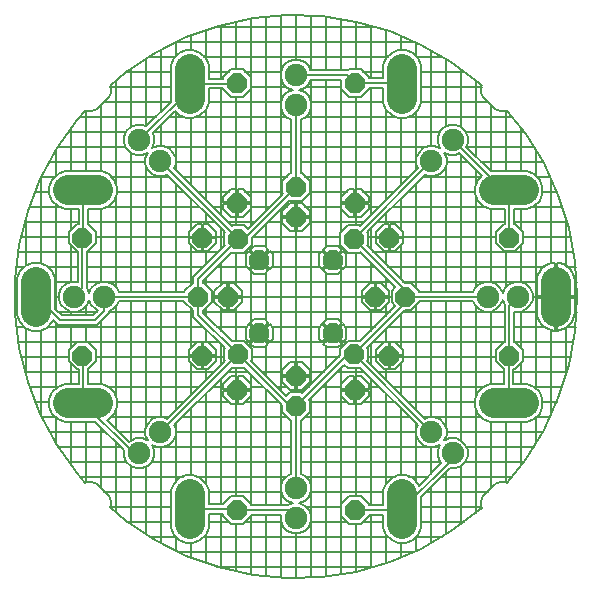
<source format=gbr>
G04 EAGLE Gerber RS-274X export*
G75*
%MOMM*%
%FSLAX34Y34*%
%LPD*%
%INTop Copper*%
%IPPOS*%
%AMOC8*
5,1,8,0,0,1.08239X$1,22.5*%
G01*
%ADD10C,1.900000*%
%ADD11C,2.540000*%
%ADD12P,1.814519X8X292.500000*%
%ADD13P,1.814519X8X202.500000*%
%ADD14P,1.814519X8X112.500000*%
%ADD15P,1.814519X8X22.500000*%
%ADD16P,1.814519X8X157.500000*%
%ADD17P,1.814519X8X67.500000*%
%ADD18P,1.814519X8X337.500000*%
%ADD19P,1.814519X8X247.500000*%
%ADD20C,0.152400*%


D10*
X0Y-162300D03*
X0Y-187700D03*
X-114720Y-114720D03*
X-132680Y-132680D03*
X-162300Y0D03*
X-187700Y0D03*
X-114720Y114720D03*
X-132680Y132680D03*
X0Y162300D03*
X0Y187700D03*
X114720Y114720D03*
X132680Y132680D03*
X162300Y0D03*
X187700Y0D03*
X114720Y-114720D03*
X132680Y-132680D03*
D11*
X-90000Y167300D02*
X-90000Y192700D01*
X-220000Y12700D02*
X-220000Y-12700D01*
X90000Y167300D02*
X90000Y192700D01*
X-167300Y90000D02*
X-192700Y90000D01*
X167300Y90000D02*
X192700Y90000D01*
X90000Y-167300D02*
X90000Y-192700D01*
X-167300Y-90000D02*
X-192700Y-90000D01*
X167300Y-90000D02*
X192700Y-90000D01*
X-90000Y-167300D02*
X-90000Y-192700D01*
X220000Y-12700D02*
X220000Y12700D01*
D12*
X-50000Y-79200D03*
X-50000Y-180800D03*
D13*
X-79200Y-50000D03*
X-180800Y-50000D03*
X-79200Y50000D03*
X-180800Y50000D03*
D14*
X-50000Y79200D03*
X-50000Y180800D03*
X50000Y79200D03*
X50000Y180800D03*
D15*
X79200Y50000D03*
X180800Y50000D03*
X79200Y-50000D03*
X180800Y-50000D03*
D12*
X50000Y-79200D03*
X50000Y-180800D03*
D15*
X-82700Y0D03*
X-57300Y0D03*
D12*
X0Y92700D03*
X0Y67300D03*
D13*
X92700Y0D03*
X67300Y0D03*
D14*
X0Y-92700D03*
X0Y-67300D03*
D16*
X48980Y-48980D03*
X31020Y-31020D03*
D17*
X-48980Y-48980D03*
X-31020Y-31020D03*
D18*
X-48980Y48980D03*
X-31020Y31020D03*
D19*
X48980Y48980D03*
X31020Y31020D03*
D20*
X-53848Y-176952D02*
X-50800Y-180000D01*
X-90000Y-180000D01*
X-50800Y-180000D02*
X-50000Y-180800D01*
X-6900Y-180800D01*
X0Y-187700D01*
X-180000Y-80000D02*
X-180800Y-79200D01*
X-180000Y-80000D02*
X-180000Y-90000D01*
X-180000Y-50800D02*
X-180800Y-50000D01*
X-180000Y-50800D02*
X-180000Y-80000D01*
X-180000Y-90000D02*
X-137320Y-132680D01*
X-132680Y-132680D01*
X-180000Y50800D02*
X-180000Y90000D01*
X-180000Y50800D02*
X-180800Y50000D01*
X-180800Y6900D01*
X-187700Y0D01*
X-95361Y170000D02*
X-90000Y170000D01*
X-50400Y180400D02*
X-50000Y180800D01*
X-50400Y180400D02*
X-50800Y180000D01*
X-90000Y175361D02*
X-132680Y132680D01*
X-90000Y175361D02*
X-90000Y180000D01*
X-89600Y180400D01*
X-50400Y180400D01*
X50000Y180800D02*
X50800Y180000D01*
X43100Y187700D02*
X0Y187700D01*
X43100Y187700D02*
X50000Y180800D01*
X89200Y180800D01*
X90000Y180000D01*
X180800Y89200D02*
X180800Y50000D01*
X180800Y89200D02*
X180000Y90000D01*
X175361Y90000D01*
X132680Y132680D01*
X180800Y-89200D02*
X180000Y-90000D01*
X180000Y-50800D01*
X180800Y-50000D01*
X180800Y-6900D01*
X187700Y0D01*
X80800Y-180800D02*
X90000Y-190000D01*
X90000Y-200000D01*
X89200Y-180800D02*
X50000Y-180800D01*
X89200Y-180800D02*
X90000Y-180000D01*
X132680Y-137320D02*
X132680Y-132680D01*
X132680Y-137320D02*
X90000Y-180000D01*
X-1350Y91350D02*
X0Y92700D01*
X-1350Y91350D02*
X-43720Y48980D01*
X-48980Y48980D01*
X-82700Y15261D01*
X-82700Y0D01*
X-82700Y-15261D01*
X-48980Y-48980D01*
X-5261Y-92700D01*
X0Y-92700D01*
X43720Y-48980D01*
X48980Y-48980D01*
X92700Y-5261D01*
X92700Y0D01*
X92700Y5261D02*
X48980Y48980D01*
X92700Y5261D02*
X92700Y0D01*
X6611Y91350D02*
X0Y91350D01*
X-1350Y91350D01*
X-82700Y0D02*
X-160000Y0D01*
X-48980Y-48980D02*
X-114720Y-114720D01*
X0Y-92700D02*
X0Y-162300D01*
X48980Y-48980D02*
X114720Y-114720D01*
X92700Y0D02*
X162300Y0D01*
X-162300Y0D02*
X-162300Y-12300D01*
X-170000Y-20000D01*
X-200000Y-20000D01*
X-210000Y-10000D01*
X48980Y48980D02*
X114720Y114720D01*
X48980Y48980D02*
X48980Y48980D01*
X0Y91350D02*
X0Y162300D01*
X-48980Y48980D02*
X-114720Y114720D01*
X49200Y-79200D02*
X50000Y-79200D01*
X236510Y-29286D02*
X236510Y-29286D01*
X231118Y-58129D01*
X222223Y-86090D01*
X209959Y-112746D01*
X194513Y-137693D01*
X178521Y-157566D01*
X177173Y-157007D01*
X172827Y-157007D01*
X168813Y-158670D01*
X158670Y-168813D01*
X157007Y-172827D01*
X157007Y-177173D01*
X157572Y-178536D01*
X155053Y-180978D01*
X131637Y-198661D01*
X106227Y-213332D01*
X79205Y-224769D01*
X50984Y-232799D01*
X21989Y-237299D01*
X-7339Y-238203D01*
X-36556Y-235496D01*
X-65218Y-229218D01*
X-92892Y-219467D01*
X-119158Y-206388D01*
X-143617Y-190180D01*
X-157477Y-178306D01*
X-157007Y-177173D01*
X-157007Y-172827D01*
X-158670Y-168813D01*
X-168813Y-158670D01*
X-172827Y-157007D01*
X-177173Y-157007D01*
X-178309Y-157478D01*
X-185667Y-149406D01*
X-202620Y-125457D01*
X-216502Y-99607D01*
X-227101Y-72246D01*
X-234258Y-43790D01*
X-237864Y-14671D01*
X-237864Y14671D01*
X-234258Y43790D01*
X-227101Y72246D01*
X-216502Y99607D01*
X-202620Y125457D01*
X-185667Y149406D01*
X-178309Y157478D01*
X-177173Y157007D01*
X-172827Y157007D01*
X-168813Y158670D01*
X-158670Y168813D01*
X-157007Y172827D01*
X-157007Y177173D01*
X-157477Y178306D01*
X-143617Y190180D01*
X-119158Y206388D01*
X-92892Y219467D01*
X-65218Y229218D01*
X-36556Y235496D01*
X-36556Y235496D01*
X-7339Y238203D01*
X21989Y237299D01*
X50984Y232799D01*
X79205Y224769D01*
X106227Y213332D01*
X131637Y198661D01*
X155053Y180978D01*
X157572Y178536D01*
X157007Y177173D01*
X157007Y172827D01*
X158670Y168813D01*
X168813Y158670D01*
X172827Y157007D01*
X177173Y157007D01*
X178521Y157566D01*
X194513Y137693D01*
X209959Y112746D01*
X222223Y86090D01*
X231118Y58129D01*
X236510Y29286D01*
X238316Y0D01*
X236510Y-29286D01*
X38743Y22219D02*
X31020Y29942D01*
X32097Y31020D01*
X39820Y23297D01*
X42704Y26180D01*
X42704Y35859D01*
X39820Y38743D01*
X32097Y31020D01*
X31020Y32097D01*
X38743Y39820D01*
X35859Y42704D01*
X26180Y42704D01*
X23297Y39820D01*
X31020Y32097D01*
X29942Y31020D01*
X22219Y38743D01*
X19336Y35859D01*
X19336Y26180D01*
X22219Y23297D01*
X29942Y31020D01*
X31020Y29942D01*
X23297Y22219D01*
X26180Y19336D01*
X35859Y19336D01*
X38743Y22219D01*
X-31020Y-29942D02*
X-38743Y-22219D01*
X-31020Y-29942D02*
X-32097Y-31020D01*
X-39820Y-23297D01*
X-42704Y-26180D01*
X-42704Y-35859D01*
X-39820Y-38743D01*
X-32097Y-31020D01*
X-31020Y-32097D01*
X-38743Y-39820D01*
X-35859Y-42704D01*
X-26180Y-42704D01*
X-23297Y-39820D01*
X-31020Y-32097D01*
X-29942Y-31020D01*
X-22219Y-38743D01*
X-19336Y-35859D01*
X-19336Y-26180D01*
X-22219Y-23297D01*
X-29942Y-31020D01*
X-31020Y-29942D01*
X-23297Y-22219D01*
X-26180Y-19336D01*
X-35859Y-19336D01*
X-38743Y-22219D01*
X-4840Y-78984D02*
X-762Y-78984D01*
X-762Y-68062D01*
X762Y-68062D01*
X762Y-78984D01*
X4840Y-78984D01*
X11684Y-72140D01*
X11684Y-68062D01*
X762Y-68062D01*
X762Y-66538D01*
X11684Y-66538D01*
X11684Y-62460D01*
X4840Y-55616D01*
X762Y-55616D01*
X762Y-66538D01*
X-762Y-66538D01*
X-762Y-55616D01*
X-4840Y-55616D01*
X-11684Y-62460D01*
X-11684Y-66538D01*
X-762Y-66538D01*
X-762Y-68062D01*
X-11684Y-68062D01*
X-11684Y-72140D01*
X-4840Y-78984D01*
X-4840Y55616D02*
X-762Y55616D01*
X-762Y66538D01*
X762Y66538D01*
X762Y55616D01*
X4840Y55616D01*
X11684Y62460D01*
X11684Y66538D01*
X762Y66538D01*
X762Y68062D01*
X11684Y68062D01*
X11684Y72140D01*
X4840Y78984D01*
X762Y78984D01*
X762Y68062D01*
X-762Y68062D01*
X-762Y78984D01*
X-4840Y78984D01*
X-11684Y72140D01*
X-11684Y68062D01*
X-762Y68062D01*
X-762Y66538D01*
X-11684Y66538D01*
X-11684Y62460D01*
X-4840Y55616D01*
X45160Y-90884D02*
X49238Y-90884D01*
X49238Y-79962D01*
X50762Y-79962D01*
X50762Y-90884D01*
X54840Y-90884D01*
X61684Y-84040D01*
X61684Y-79962D01*
X50762Y-79962D01*
X50762Y-78438D01*
X61684Y-78438D01*
X61684Y-74360D01*
X54840Y-67516D01*
X50762Y-67516D01*
X50762Y-78438D01*
X49238Y-78438D01*
X49238Y-67516D01*
X45160Y-67516D01*
X38316Y-74360D01*
X38316Y-78438D01*
X49238Y-78438D01*
X49238Y-79962D01*
X38316Y-79962D01*
X38316Y-84040D01*
X45160Y-90884D01*
X79962Y50762D02*
X79962Y61684D01*
X79962Y50762D02*
X78438Y50762D01*
X78438Y61684D01*
X74360Y61684D01*
X67516Y54840D01*
X67516Y50762D01*
X78438Y50762D01*
X78438Y49238D01*
X67516Y49238D01*
X67516Y45160D01*
X74360Y38316D01*
X78438Y38316D01*
X78438Y49238D01*
X79962Y49238D01*
X79962Y38316D01*
X84040Y38316D01*
X90884Y45160D01*
X90884Y49238D01*
X79962Y49238D01*
X79962Y50762D01*
X90884Y50762D01*
X90884Y54840D01*
X84040Y61684D01*
X79962Y61684D01*
X-50762Y67516D02*
X-54840Y67516D01*
X-50762Y67516D02*
X-50762Y78438D01*
X-49238Y78438D01*
X-49238Y67516D01*
X-45160Y67516D01*
X-38316Y74360D01*
X-38316Y78438D01*
X-49238Y78438D01*
X-49238Y79962D01*
X-38316Y79962D01*
X-38316Y84040D01*
X-45160Y90884D01*
X-49238Y90884D01*
X-49238Y79962D01*
X-50762Y79962D01*
X-50762Y90884D01*
X-54840Y90884D01*
X-61684Y84040D01*
X-61684Y79962D01*
X-50762Y79962D01*
X-50762Y78438D01*
X-61684Y78438D01*
X-61684Y74360D01*
X-54840Y67516D01*
X-78438Y-38316D02*
X-78438Y-49238D01*
X-79962Y-49238D01*
X-79962Y-38316D01*
X-84040Y-38316D01*
X-90884Y-45160D01*
X-90884Y-49238D01*
X-79962Y-49238D01*
X-79962Y-50762D01*
X-90884Y-50762D01*
X-90884Y-54840D01*
X-84040Y-61684D01*
X-79962Y-61684D01*
X-79962Y-50762D01*
X-78438Y-50762D01*
X-78438Y-61684D01*
X-74360Y-61684D01*
X-67516Y-54840D01*
X-67516Y-50762D01*
X-78438Y-50762D01*
X-78438Y-49238D01*
X-67516Y-49238D01*
X-67516Y-45160D01*
X-74360Y-38316D01*
X-78438Y-38316D01*
X218741Y-28702D02*
X219238Y-28702D01*
X219238Y-762D01*
X220762Y-762D01*
X220762Y-28702D01*
X221259Y-28702D01*
X223747Y-28308D01*
X226143Y-27530D01*
X228387Y-26386D01*
X230425Y-24906D01*
X232206Y-23125D01*
X233686Y-21087D01*
X234830Y-18843D01*
X235608Y-16447D01*
X236002Y-13959D01*
X236002Y-762D01*
X220762Y-762D01*
X220762Y762D01*
X236002Y762D01*
X236002Y13959D01*
X235608Y16447D01*
X234830Y18843D01*
X233686Y21087D01*
X232206Y23125D01*
X230425Y24906D01*
X228387Y26386D01*
X226143Y27530D01*
X223747Y28308D01*
X221259Y28702D01*
X220762Y28702D01*
X220762Y762D01*
X219238Y762D01*
X219238Y28702D01*
X218741Y28702D01*
X216253Y28308D01*
X213857Y27530D01*
X211613Y26386D01*
X209575Y24906D01*
X207794Y23125D01*
X206314Y21087D01*
X205170Y18843D01*
X204392Y16447D01*
X203998Y13959D01*
X203998Y762D01*
X219238Y762D01*
X219238Y-762D01*
X203998Y-762D01*
X203998Y-13959D01*
X204392Y-16447D01*
X205170Y-18843D01*
X206314Y-21087D01*
X207794Y-23125D01*
X209575Y-24906D01*
X211613Y-26386D01*
X213857Y-27530D01*
X216253Y-28308D01*
X218741Y-28702D01*
X106002Y164117D02*
X106002Y195883D01*
X103566Y201764D01*
X99064Y206266D01*
X93183Y208702D01*
X86817Y208702D01*
X80936Y206266D01*
X76434Y201764D01*
X73998Y195883D01*
X73998Y184864D01*
X61684Y184864D01*
X61684Y185640D01*
X54840Y192484D01*
X45160Y192484D01*
X44440Y191764D01*
X12173Y191764D01*
X10853Y194952D01*
X7252Y198553D01*
X2546Y200502D01*
X-2546Y200502D01*
X-7252Y198553D01*
X-10853Y194952D01*
X-12802Y190246D01*
X-12802Y185154D01*
X-10853Y180448D01*
X-7252Y176847D01*
X-2793Y175000D01*
X-7252Y173153D01*
X-10853Y169552D01*
X-12802Y164846D01*
X-12802Y159754D01*
X-10853Y155048D01*
X-7252Y151447D01*
X-4064Y150127D01*
X-4064Y104384D01*
X-4840Y104384D01*
X-11684Y97540D01*
X-11684Y87860D01*
X-11135Y87312D01*
X-40962Y57485D01*
X-44141Y60664D01*
X-53820Y60664D01*
X-54368Y60116D01*
X-103238Y108985D01*
X-101918Y112173D01*
X-101918Y117266D01*
X-103867Y121971D01*
X-107468Y125573D01*
X-112173Y127522D01*
X-117266Y127522D01*
X-121725Y125675D01*
X-119878Y130134D01*
X-119878Y135227D01*
X-121199Y138414D01*
X-102472Y157141D01*
X-99064Y153734D01*
X-93183Y151298D01*
X-86817Y151298D01*
X-80936Y153734D01*
X-76434Y158236D01*
X-73998Y164117D01*
X-73998Y176336D01*
X-61684Y176336D01*
X-61684Y175960D01*
X-54840Y169116D01*
X-45160Y169116D01*
X-38316Y175960D01*
X-38316Y185640D01*
X-45160Y192484D01*
X-54840Y192484D01*
X-61684Y185640D01*
X-61684Y184464D01*
X-73998Y184464D01*
X-73998Y195883D01*
X-76434Y201764D01*
X-80936Y206266D01*
X-86817Y208702D01*
X-93183Y208702D01*
X-99064Y206266D01*
X-103566Y201764D01*
X-106002Y195883D01*
X-106002Y165106D01*
X-126946Y144162D01*
X-130134Y145482D01*
X-135227Y145482D01*
X-139932Y143533D01*
X-143533Y139932D01*
X-145482Y135227D01*
X-145482Y130134D01*
X-143533Y125429D01*
X-139932Y121827D01*
X-135227Y119878D01*
X-130134Y119878D01*
X-125675Y121725D01*
X-127522Y117266D01*
X-127522Y112173D01*
X-125573Y107468D01*
X-121971Y103867D01*
X-117266Y101918D01*
X-112173Y101918D01*
X-108985Y103238D01*
X-60116Y54368D01*
X-60664Y53820D01*
X-60664Y44141D01*
X-60116Y43592D01*
X-84383Y19324D01*
X-86764Y16944D01*
X-86764Y11684D01*
X-87540Y11684D01*
X-94384Y4840D01*
X-94384Y4064D01*
X-150127Y4064D01*
X-151447Y7252D01*
X-155048Y10853D01*
X-159754Y12802D01*
X-164846Y12802D01*
X-169552Y10853D01*
X-173153Y7252D01*
X-175000Y2793D01*
X-176736Y6984D01*
X-176736Y38316D01*
X-175960Y38316D01*
X-169116Y45160D01*
X-169116Y54840D01*
X-175936Y61660D01*
X-175936Y73998D01*
X-164117Y73998D01*
X-158236Y76434D01*
X-153734Y80936D01*
X-151298Y86817D01*
X-151298Y93183D01*
X-153734Y99064D01*
X-158236Y103566D01*
X-164117Y106002D01*
X-195883Y106002D01*
X-201764Y103566D01*
X-206266Y99064D01*
X-208702Y93183D01*
X-208702Y86817D01*
X-206266Y80936D01*
X-201764Y76434D01*
X-195883Y73998D01*
X-184064Y73998D01*
X-184064Y61684D01*
X-185640Y61684D01*
X-192484Y54840D01*
X-192484Y45160D01*
X-185640Y38316D01*
X-184864Y38316D01*
X-184864Y12682D01*
X-185154Y12802D01*
X-190246Y12802D01*
X-194952Y10853D01*
X-198553Y7252D01*
X-200502Y2546D01*
X-200502Y-2546D01*
X-198553Y-7252D01*
X-194952Y-10853D01*
X-190246Y-12802D01*
X-185154Y-12802D01*
X-180448Y-10853D01*
X-176847Y-7252D01*
X-175000Y-2793D01*
X-173153Y-7252D01*
X-169552Y-10853D01*
X-167465Y-11717D01*
X-171683Y-15936D01*
X-198317Y-15936D01*
X-203998Y-10255D01*
X-203998Y15883D01*
X-206434Y21764D01*
X-210936Y26266D01*
X-216817Y28702D01*
X-223183Y28702D01*
X-229064Y26266D01*
X-233566Y21764D01*
X-236002Y15883D01*
X-236002Y-15883D01*
X-233566Y-21764D01*
X-229064Y-26266D01*
X-223183Y-28702D01*
X-216817Y-28702D01*
X-210936Y-26266D01*
X-206434Y-21764D01*
X-205716Y-20031D01*
X-201683Y-24064D01*
X-168317Y-24064D01*
X-165936Y-21683D01*
X-158236Y-13983D01*
X-158236Y-12173D01*
X-155048Y-10853D01*
X-151447Y-7252D01*
X-150127Y-4064D01*
X-94384Y-4064D01*
X-94384Y-4840D01*
X-87540Y-11684D01*
X-86764Y-11684D01*
X-86764Y-16944D01*
X-60116Y-43592D01*
X-60664Y-44141D01*
X-60664Y-53820D01*
X-60116Y-54368D01*
X-108985Y-103238D01*
X-112173Y-101918D01*
X-117266Y-101918D01*
X-121971Y-103867D01*
X-125573Y-107468D01*
X-127522Y-112173D01*
X-127522Y-117266D01*
X-125675Y-121725D01*
X-130134Y-119878D01*
X-135227Y-119878D01*
X-139932Y-121827D01*
X-141179Y-123074D01*
X-159969Y-104284D01*
X-158236Y-103566D01*
X-153734Y-99064D01*
X-151298Y-93183D01*
X-151298Y-86817D01*
X-153734Y-80936D01*
X-158236Y-76434D01*
X-164117Y-73998D01*
X-175936Y-73998D01*
X-175936Y-61660D01*
X-169116Y-54840D01*
X-169116Y-45160D01*
X-175960Y-38316D01*
X-185640Y-38316D01*
X-192484Y-45160D01*
X-192484Y-54840D01*
X-185640Y-61684D01*
X-184064Y-61684D01*
X-184064Y-73998D01*
X-195883Y-73998D01*
X-201764Y-76434D01*
X-206266Y-80936D01*
X-208702Y-86817D01*
X-208702Y-93183D01*
X-206266Y-99064D01*
X-201764Y-103566D01*
X-195883Y-106002D01*
X-169745Y-106002D01*
X-145482Y-130265D01*
X-145482Y-135227D01*
X-143533Y-139932D01*
X-139932Y-143533D01*
X-135227Y-145482D01*
X-130134Y-145482D01*
X-125429Y-143533D01*
X-121827Y-139932D01*
X-119878Y-135227D01*
X-119878Y-130134D01*
X-121725Y-125675D01*
X-117266Y-127522D01*
X-112173Y-127522D01*
X-107468Y-125573D01*
X-103867Y-121971D01*
X-101918Y-117266D01*
X-101918Y-112173D01*
X-103238Y-108985D01*
X-54368Y-60116D01*
X-53820Y-60664D01*
X-44141Y-60664D01*
X-43592Y-60116D01*
X-11684Y-92024D01*
X-11684Y-97540D01*
X-4840Y-104384D01*
X-4064Y-104384D01*
X-4064Y-150127D01*
X-7252Y-151447D01*
X-10853Y-155048D01*
X-12802Y-159754D01*
X-12802Y-164846D01*
X-10853Y-169552D01*
X-7252Y-173153D01*
X-2793Y-175000D01*
X-6984Y-176736D01*
X-38316Y-176736D01*
X-38316Y-175960D01*
X-45160Y-169116D01*
X-54840Y-169116D01*
X-61660Y-175936D01*
X-73998Y-175936D01*
X-73998Y-164117D01*
X-76434Y-158236D01*
X-80936Y-153734D01*
X-86817Y-151298D01*
X-93183Y-151298D01*
X-99064Y-153734D01*
X-103566Y-158236D01*
X-106002Y-164117D01*
X-106002Y-195883D01*
X-103566Y-201764D01*
X-99064Y-206266D01*
X-93183Y-208702D01*
X-86817Y-208702D01*
X-80936Y-206266D01*
X-76434Y-201764D01*
X-73998Y-195883D01*
X-73998Y-184064D01*
X-61684Y-184064D01*
X-61684Y-185640D01*
X-54840Y-192484D01*
X-45160Y-192484D01*
X-38316Y-185640D01*
X-38316Y-184864D01*
X-12682Y-184864D01*
X-12802Y-185154D01*
X-12802Y-190246D01*
X-10853Y-194952D01*
X-7252Y-198553D01*
X-2546Y-200502D01*
X2546Y-200502D01*
X7252Y-198553D01*
X10853Y-194952D01*
X12802Y-190246D01*
X12802Y-185154D01*
X10853Y-180448D01*
X7252Y-176847D01*
X2793Y-175000D01*
X7252Y-173153D01*
X10853Y-169552D01*
X12802Y-164846D01*
X12802Y-159754D01*
X10853Y-155048D01*
X7252Y-151447D01*
X4064Y-150127D01*
X4064Y-104384D01*
X4840Y-104384D01*
X11684Y-97540D01*
X11684Y-87860D01*
X11135Y-87312D01*
X40962Y-57485D01*
X44141Y-60664D01*
X53820Y-60664D01*
X54368Y-60116D01*
X103238Y-108985D01*
X101918Y-112173D01*
X101918Y-117266D01*
X103867Y-121971D01*
X107468Y-125573D01*
X112173Y-127522D01*
X117266Y-127522D01*
X121725Y-125675D01*
X119878Y-130134D01*
X119878Y-135227D01*
X121827Y-139932D01*
X123074Y-141179D01*
X104284Y-159969D01*
X103566Y-158236D01*
X99064Y-153734D01*
X93183Y-151298D01*
X86817Y-151298D01*
X80936Y-153734D01*
X76434Y-158236D01*
X73998Y-164117D01*
X73998Y-176736D01*
X61684Y-176736D01*
X61684Y-175960D01*
X54840Y-169116D01*
X45160Y-169116D01*
X38316Y-175960D01*
X38316Y-185640D01*
X45160Y-192484D01*
X54840Y-192484D01*
X61684Y-185640D01*
X61684Y-184864D01*
X73998Y-184864D01*
X73998Y-195883D01*
X76434Y-201764D01*
X80936Y-206266D01*
X86817Y-208702D01*
X93183Y-208702D01*
X99064Y-206266D01*
X103566Y-201764D01*
X106002Y-195883D01*
X106002Y-169745D01*
X130265Y-145482D01*
X135227Y-145482D01*
X139932Y-143533D01*
X143533Y-139932D01*
X145482Y-135227D01*
X145482Y-130134D01*
X143533Y-125429D01*
X139932Y-121827D01*
X135227Y-119878D01*
X130134Y-119878D01*
X125675Y-121725D01*
X127522Y-117266D01*
X127522Y-112173D01*
X125573Y-107468D01*
X121971Y-103867D01*
X117266Y-101918D01*
X112173Y-101918D01*
X108985Y-103238D01*
X60116Y-54368D01*
X60664Y-53820D01*
X60664Y-44141D01*
X60116Y-43592D01*
X92024Y-11684D01*
X97540Y-11684D01*
X104384Y-4840D01*
X104384Y-4064D01*
X150127Y-4064D01*
X151447Y-7252D01*
X155048Y-10853D01*
X159754Y-12802D01*
X164846Y-12802D01*
X169552Y-10853D01*
X173153Y-7252D01*
X175000Y-2793D01*
X176736Y-6984D01*
X176736Y-38316D01*
X175960Y-38316D01*
X169116Y-45160D01*
X169116Y-54840D01*
X175936Y-61660D01*
X175936Y-73998D01*
X164117Y-73998D01*
X158236Y-76434D01*
X153734Y-80936D01*
X151298Y-86817D01*
X151298Y-93183D01*
X153734Y-99064D01*
X158236Y-103566D01*
X164117Y-106002D01*
X195883Y-106002D01*
X201764Y-103566D01*
X206266Y-99064D01*
X208702Y-93183D01*
X208702Y-86817D01*
X206266Y-80936D01*
X201764Y-76434D01*
X195883Y-73998D01*
X184064Y-73998D01*
X184064Y-61684D01*
X185640Y-61684D01*
X192484Y-54840D01*
X192484Y-45160D01*
X185640Y-38316D01*
X184864Y-38316D01*
X184864Y-12682D01*
X185154Y-12802D01*
X190246Y-12802D01*
X194952Y-10853D01*
X198553Y-7252D01*
X200502Y-2546D01*
X200502Y2546D01*
X198553Y7252D01*
X194952Y10853D01*
X190246Y12802D01*
X185154Y12802D01*
X180448Y10853D01*
X176847Y7252D01*
X175000Y2793D01*
X173153Y7252D01*
X169552Y10853D01*
X164846Y12802D01*
X159754Y12802D01*
X155048Y10853D01*
X151447Y7252D01*
X150127Y4064D01*
X104384Y4064D01*
X104384Y4840D01*
X97540Y11684D01*
X92024Y11684D01*
X60116Y43592D01*
X60664Y44141D01*
X60664Y53820D01*
X60116Y54368D01*
X108985Y103238D01*
X112173Y101918D01*
X117266Y101918D01*
X121971Y103867D01*
X125573Y107468D01*
X127522Y112173D01*
X127522Y117266D01*
X125675Y121725D01*
X130134Y119878D01*
X135227Y119878D01*
X138414Y121199D01*
X157141Y102472D01*
X153734Y99064D01*
X151298Y93183D01*
X151298Y86817D01*
X153734Y80936D01*
X158236Y76434D01*
X164117Y73998D01*
X176736Y73998D01*
X176736Y61684D01*
X175960Y61684D01*
X169116Y54840D01*
X169116Y45160D01*
X175960Y38316D01*
X185640Y38316D01*
X192484Y45160D01*
X192484Y54840D01*
X185640Y61684D01*
X184864Y61684D01*
X184864Y73998D01*
X195883Y73998D01*
X201764Y76434D01*
X206266Y80936D01*
X208702Y86817D01*
X208702Y93183D01*
X206266Y99064D01*
X201764Y103566D01*
X195883Y106002D01*
X165106Y106002D01*
X144162Y126946D01*
X145482Y130134D01*
X145482Y135227D01*
X143533Y139932D01*
X139932Y143533D01*
X135227Y145482D01*
X130134Y145482D01*
X125429Y143533D01*
X121827Y139932D01*
X119878Y135227D01*
X119878Y130134D01*
X121725Y125675D01*
X117266Y127522D01*
X112173Y127522D01*
X107468Y125573D01*
X103867Y121971D01*
X101918Y117266D01*
X101918Y112173D01*
X103238Y108985D01*
X54368Y60116D01*
X53820Y60664D01*
X44141Y60664D01*
X37296Y53820D01*
X37296Y44141D01*
X44141Y37296D01*
X53820Y37296D01*
X54368Y37845D01*
X84195Y8018D01*
X81016Y4840D01*
X81016Y-4840D01*
X84195Y-8018D01*
X54368Y-37845D01*
X53820Y-37296D01*
X44141Y-37296D01*
X37296Y-44141D01*
X37296Y-49656D01*
X5388Y-81565D01*
X4840Y-81016D01*
X-4840Y-81016D01*
X-8018Y-84195D01*
X-37845Y-54368D01*
X-37296Y-53820D01*
X-37296Y-44141D01*
X-44141Y-37296D01*
X-53820Y-37296D01*
X-54368Y-37845D01*
X-78636Y-13577D01*
X-78636Y-11684D01*
X-77860Y-11684D01*
X-71016Y-4840D01*
X-71016Y4840D01*
X-77860Y11684D01*
X-78636Y11684D01*
X-78636Y13577D01*
X-54368Y37845D01*
X-53820Y37296D01*
X-44141Y37296D01*
X-37296Y44141D01*
X-37296Y49656D01*
X-5388Y81565D01*
X-4840Y81016D01*
X4840Y81016D01*
X11684Y87860D01*
X11684Y97540D01*
X4840Y104384D01*
X4064Y104384D01*
X4064Y150127D01*
X7252Y151447D01*
X10853Y155048D01*
X12802Y159754D01*
X12802Y164846D01*
X10853Y169552D01*
X7252Y173153D01*
X2793Y175000D01*
X7252Y176847D01*
X10853Y180448D01*
X12173Y183636D01*
X38316Y183636D01*
X38316Y175960D01*
X45160Y169116D01*
X54840Y169116D01*
X61684Y175960D01*
X61684Y176736D01*
X73998Y176736D01*
X73998Y164117D01*
X76434Y158236D01*
X80936Y153734D01*
X86817Y151298D01*
X93183Y151298D01*
X99064Y153734D01*
X103566Y158236D01*
X106002Y164117D01*
X-50762Y-90884D02*
X-54840Y-90884D01*
X-50762Y-90884D02*
X-50762Y-79962D01*
X-49238Y-79962D01*
X-49238Y-90884D01*
X-45160Y-90884D01*
X-38316Y-84040D01*
X-38316Y-79962D01*
X-49238Y-79962D01*
X-49238Y-78438D01*
X-38316Y-78438D01*
X-38316Y-74360D01*
X-45160Y-67516D01*
X-49238Y-67516D01*
X-49238Y-78438D01*
X-50762Y-78438D01*
X-50762Y-67516D01*
X-54840Y-67516D01*
X-61684Y-74360D01*
X-61684Y-78438D01*
X-50762Y-78438D01*
X-50762Y-79962D01*
X-61684Y-79962D01*
X-61684Y-84040D01*
X-54840Y-90884D01*
X-78438Y50762D02*
X-78438Y61684D01*
X-78438Y50762D02*
X-79962Y50762D01*
X-79962Y61684D01*
X-84040Y61684D01*
X-90884Y54840D01*
X-90884Y50762D01*
X-79962Y50762D01*
X-79962Y49238D01*
X-90884Y49238D01*
X-90884Y45160D01*
X-84040Y38316D01*
X-79962Y38316D01*
X-79962Y49238D01*
X-78438Y49238D01*
X-78438Y38316D01*
X-74360Y38316D01*
X-67516Y45160D01*
X-67516Y49238D01*
X-78438Y49238D01*
X-78438Y50762D01*
X-67516Y50762D01*
X-67516Y54840D01*
X-74360Y61684D01*
X-78438Y61684D01*
X45160Y67516D02*
X49238Y67516D01*
X49238Y78438D01*
X50762Y78438D01*
X50762Y67516D01*
X54840Y67516D01*
X61684Y74360D01*
X61684Y78438D01*
X50762Y78438D01*
X50762Y79962D01*
X61684Y79962D01*
X61684Y84040D01*
X54840Y90884D01*
X50762Y90884D01*
X50762Y79962D01*
X49238Y79962D01*
X49238Y90884D01*
X45160Y90884D01*
X38316Y84040D01*
X38316Y79962D01*
X49238Y79962D01*
X49238Y78438D01*
X38316Y78438D01*
X38316Y74360D01*
X45160Y67516D01*
X79962Y-38316D02*
X79962Y-49238D01*
X78438Y-49238D01*
X78438Y-38316D01*
X74360Y-38316D01*
X67516Y-45160D01*
X67516Y-49238D01*
X78438Y-49238D01*
X78438Y-50762D01*
X67516Y-50762D01*
X67516Y-54840D01*
X74360Y-61684D01*
X78438Y-61684D01*
X78438Y-50762D01*
X79962Y-50762D01*
X79962Y-61684D01*
X84040Y-61684D01*
X90884Y-54840D01*
X90884Y-50762D01*
X79962Y-50762D01*
X79962Y-49238D01*
X90884Y-49238D01*
X90884Y-45160D01*
X84040Y-38316D01*
X79962Y-38316D01*
X-56538Y762D02*
X-56538Y11684D01*
X-56538Y762D02*
X-58062Y762D01*
X-58062Y11684D01*
X-62140Y11684D01*
X-68984Y4840D01*
X-68984Y762D01*
X-58062Y762D01*
X-58062Y-762D01*
X-68984Y-762D01*
X-68984Y-4840D01*
X-62140Y-11684D01*
X-58062Y-11684D01*
X-58062Y-762D01*
X-56538Y-762D01*
X-56538Y-11684D01*
X-52460Y-11684D01*
X-45616Y-4840D01*
X-45616Y-762D01*
X-56538Y-762D01*
X-56538Y762D01*
X-45616Y762D01*
X-45616Y4840D01*
X-52460Y11684D01*
X-56538Y11684D01*
X68062Y11684D02*
X68062Y762D01*
X66538Y762D01*
X66538Y11684D01*
X62460Y11684D01*
X55616Y4840D01*
X55616Y762D01*
X66538Y762D01*
X66538Y-762D01*
X55616Y-762D01*
X55616Y-4840D01*
X62460Y-11684D01*
X66538Y-11684D01*
X66538Y-762D01*
X68062Y-762D01*
X68062Y-11684D01*
X72140Y-11684D01*
X78984Y-4840D01*
X78984Y-762D01*
X68062Y-762D01*
X68062Y762D01*
X78984Y762D01*
X78984Y4840D01*
X72140Y11684D01*
X68062Y11684D01*
X29942Y-31020D02*
X22219Y-38743D01*
X29942Y-31020D02*
X31020Y-32097D01*
X23297Y-39820D01*
X26180Y-42704D01*
X35859Y-42704D01*
X38743Y-39820D01*
X31020Y-32097D01*
X32097Y-31020D01*
X39820Y-38743D01*
X42704Y-35859D01*
X42704Y-26180D01*
X39820Y-23297D01*
X32097Y-31020D01*
X31020Y-29942D01*
X38743Y-22219D01*
X35859Y-19336D01*
X26180Y-19336D01*
X23297Y-22219D01*
X31020Y-29942D01*
X29942Y-31020D01*
X22219Y-23297D01*
X19336Y-26180D01*
X19336Y-35859D01*
X22219Y-38743D01*
X-29942Y31020D02*
X-22219Y38743D01*
X-29942Y31020D02*
X-31020Y32097D01*
X-23297Y39820D01*
X-26180Y42704D01*
X-35859Y42704D01*
X-38743Y39820D01*
X-31020Y32097D01*
X-32097Y31020D01*
X-39820Y38743D01*
X-42704Y35859D01*
X-42704Y26180D01*
X-39820Y23297D01*
X-32097Y31020D01*
X-31020Y29942D01*
X-38743Y22219D01*
X-35859Y19336D01*
X-26180Y19336D01*
X-23297Y22219D01*
X-31020Y29942D01*
X-29942Y31020D01*
X-22219Y23297D01*
X-19336Y26180D01*
X-19336Y35859D01*
X-22219Y38743D01*
X-66973Y-228600D02*
X65740Y-228600D01*
X100159Y-215900D02*
X-100055Y-215900D01*
X-102130Y-203200D02*
X-123969Y-203200D01*
X-77870Y-203200D02*
X77870Y-203200D01*
X102130Y-203200D02*
X123775Y-203200D01*
X-106002Y-190500D02*
X-143135Y-190500D01*
X-73998Y-190500D02*
X-56824Y-190500D01*
X-43176Y-190500D02*
X-12697Y-190500D01*
X12697Y-190500D02*
X43176Y-190500D01*
X56824Y-190500D02*
X73998Y-190500D01*
X106002Y-190500D02*
X142444Y-190500D01*
X-106002Y-177800D02*
X-157267Y-177800D01*
X8205Y-177800D02*
X38316Y-177800D01*
X106002Y-177800D02*
X157267Y-177800D01*
X-106002Y-165100D02*
X-162383Y-165100D01*
X-73998Y-165100D02*
X-12697Y-165100D01*
X12697Y-165100D02*
X73998Y-165100D01*
X110647Y-165100D02*
X162383Y-165100D01*
X-95843Y-152400D02*
X-182938Y-152400D01*
X-84157Y-152400D02*
X-8205Y-152400D01*
X8205Y-152400D02*
X84157Y-152400D01*
X95843Y-152400D02*
X111853Y-152400D01*
X123347Y-152400D02*
X182678Y-152400D01*
X-143629Y-139700D02*
X-192538Y-139700D01*
X-121731Y-139700D02*
X-4064Y-139700D01*
X4064Y-139700D02*
X121731Y-139700D01*
X143629Y-139700D02*
X192898Y-139700D01*
X-148747Y-127000D02*
X-201528Y-127000D01*
X-121176Y-127000D02*
X-118526Y-127000D01*
X-110914Y-127000D02*
X-4064Y-127000D01*
X4064Y-127000D02*
X110914Y-127000D01*
X118526Y-127000D02*
X121176Y-127000D01*
X144184Y-127000D02*
X201133Y-127000D01*
X-161447Y-114300D02*
X-208612Y-114300D01*
X-149953Y-114300D02*
X-127522Y-114300D01*
X-101918Y-114300D02*
X-4064Y-114300D01*
X4064Y-114300D02*
X101918Y-114300D01*
X127522Y-114300D02*
X208997Y-114300D01*
X-203730Y-101600D02*
X-215431Y-101600D01*
X-156270Y-101600D02*
X-107347Y-101600D01*
X-95853Y-101600D02*
X-7624Y-101600D01*
X7624Y-101600D02*
X95853Y-101600D01*
X107347Y-101600D02*
X156270Y-101600D01*
X203730Y-101600D02*
X215087Y-101600D01*
X-208702Y-88900D02*
X-220650Y-88900D01*
X-151298Y-88900D02*
X-94647Y-88900D01*
X-83153Y-88900D02*
X-56824Y-88900D01*
X-50762Y-88900D02*
X-49238Y-88900D01*
X-43176Y-88900D02*
X-14808Y-88900D01*
X11684Y-88900D02*
X43176Y-88900D01*
X49238Y-88900D02*
X50762Y-88900D01*
X56824Y-88900D02*
X83153Y-88900D01*
X94647Y-88900D02*
X151298Y-88900D01*
X208702Y-88900D02*
X220930Y-88900D01*
X-201199Y-76200D02*
X-225570Y-76200D01*
X-158801Y-76200D02*
X-81947Y-76200D01*
X-70453Y-76200D02*
X-61684Y-76200D01*
X-50762Y-76200D02*
X-49238Y-76200D01*
X-38316Y-76200D02*
X-27508Y-76200D01*
X-16013Y-76200D02*
X-7624Y-76200D01*
X-762Y-76200D02*
X762Y-76200D01*
X7624Y-76200D02*
X10753Y-76200D01*
X22247Y-76200D02*
X38316Y-76200D01*
X49238Y-76200D02*
X50762Y-76200D01*
X61684Y-76200D02*
X70453Y-76200D01*
X81947Y-76200D02*
X158801Y-76200D01*
X201199Y-76200D02*
X225369Y-76200D01*
X-184064Y-63500D02*
X-229301Y-63500D01*
X-175936Y-63500D02*
X-69247Y-63500D01*
X-57753Y-63500D02*
X-40208Y-63500D01*
X-28713Y-63500D02*
X-11684Y-63500D01*
X-762Y-63500D02*
X762Y-63500D01*
X11684Y-63500D02*
X23453Y-63500D01*
X34947Y-63500D02*
X57753Y-63500D01*
X69247Y-63500D02*
X175936Y-63500D01*
X184064Y-63500D02*
X229409Y-63500D01*
X-192484Y-50800D02*
X-232495Y-50800D01*
X-169116Y-50800D02*
X-90884Y-50800D01*
X-79962Y-50800D02*
X-78438Y-50800D01*
X-67516Y-50800D02*
X-60664Y-50800D01*
X-37296Y-50800D02*
X36153Y-50800D01*
X60664Y-50800D02*
X67516Y-50800D01*
X78438Y-50800D02*
X79962Y-50800D01*
X90884Y-50800D02*
X169116Y-50800D01*
X192484Y-50800D02*
X232488Y-50800D01*
X-65608Y-38100D02*
X-234963Y-38100D01*
X-43337Y-38100D02*
X-40463Y-38100D01*
X-39178Y-38100D02*
X-37022Y-38100D01*
X-25017Y-38100D02*
X-22862Y-38100D01*
X-21576Y-38100D02*
X21576Y-38100D01*
X22862Y-38100D02*
X25017Y-38100D01*
X37022Y-38100D02*
X39178Y-38100D01*
X40463Y-38100D02*
X43337Y-38100D01*
X65608Y-38100D02*
X176736Y-38100D01*
X184864Y-38100D02*
X234862Y-38100D01*
X-229930Y-25400D02*
X-236535Y-25400D01*
X-210070Y-25400D02*
X-78308Y-25400D01*
X-66813Y-25400D02*
X-41924Y-25400D01*
X-37717Y-25400D02*
X-35562Y-25400D01*
X-26478Y-25400D02*
X-24322Y-25400D01*
X-20116Y-25400D02*
X20116Y-25400D01*
X24322Y-25400D02*
X26478Y-25400D01*
X35562Y-25400D02*
X37717Y-25400D01*
X41924Y-25400D02*
X66813Y-25400D01*
X78308Y-25400D02*
X176736Y-25400D01*
X184864Y-25400D02*
X210256Y-25400D01*
X219238Y-25400D02*
X220762Y-25400D01*
X229744Y-25400D02*
X236749Y-25400D01*
X-236002Y-12700D02*
X-237864Y-12700D01*
X-201553Y-12700D02*
X-190493Y-12700D01*
X-184907Y-12700D02*
X-168447Y-12700D01*
X-158236Y-12700D02*
X-86764Y-12700D01*
X-78636Y-12700D02*
X79513Y-12700D01*
X91008Y-12700D02*
X159507Y-12700D01*
X165093Y-12700D02*
X176736Y-12700D01*
X184864Y-12700D02*
X184907Y-12700D01*
X190493Y-12700D02*
X203998Y-12700D01*
X219238Y-12700D02*
X220762Y-12700D01*
X236002Y-12700D02*
X237533Y-12700D01*
X-236002Y0D02*
X-237864Y0D01*
X-203998Y0D02*
X-200502Y0D01*
X-71016Y0D02*
X-58062Y0D01*
X-56538Y0D02*
X66538Y0D01*
X68062Y0D02*
X81016Y0D01*
X200502Y0D02*
X219238Y0D01*
X220762Y0D02*
X238316Y0D01*
X-236002Y12700D02*
X-237864Y12700D01*
X-203998Y12700D02*
X-190493Y12700D01*
X-184907Y12700D02*
X-184864Y12700D01*
X-176736Y12700D02*
X-165093Y12700D01*
X-159507Y12700D02*
X-86764Y12700D01*
X-78636Y12700D02*
X79513Y12700D01*
X91008Y12700D02*
X159507Y12700D01*
X165093Y12700D02*
X184907Y12700D01*
X190493Y12700D02*
X203998Y12700D01*
X219238Y12700D02*
X220762Y12700D01*
X236002Y12700D02*
X237533Y12700D01*
X-229930Y25400D02*
X-236535Y25400D01*
X-210070Y25400D02*
X-184864Y25400D01*
X-176736Y25400D02*
X-78308Y25400D01*
X-66813Y25400D02*
X-41924Y25400D01*
X-37717Y25400D02*
X-35562Y25400D01*
X-26478Y25400D02*
X-24322Y25400D01*
X-20116Y25400D02*
X20116Y25400D01*
X24322Y25400D02*
X26478Y25400D01*
X35562Y25400D02*
X37717Y25400D01*
X41924Y25400D02*
X66813Y25400D01*
X78308Y25400D02*
X210256Y25400D01*
X219238Y25400D02*
X220762Y25400D01*
X229744Y25400D02*
X236749Y25400D01*
X-184864Y38100D02*
X-234963Y38100D01*
X-176736Y38100D02*
X-65608Y38100D01*
X-43337Y38100D02*
X-40463Y38100D01*
X-39178Y38100D02*
X-37022Y38100D01*
X-25017Y38100D02*
X-22862Y38100D01*
X-21576Y38100D02*
X21576Y38100D01*
X22862Y38100D02*
X25017Y38100D01*
X37022Y38100D02*
X39178Y38100D01*
X40463Y38100D02*
X43337Y38100D01*
X65608Y38100D02*
X234862Y38100D01*
X-192484Y50800D02*
X-232495Y50800D01*
X-169116Y50800D02*
X-90884Y50800D01*
X-79962Y50800D02*
X-78438Y50800D01*
X-67516Y50800D02*
X-60664Y50800D01*
X-36153Y50800D02*
X37296Y50800D01*
X60664Y50800D02*
X67516Y50800D01*
X78438Y50800D02*
X79962Y50800D01*
X90884Y50800D02*
X169116Y50800D01*
X192484Y50800D02*
X232488Y50800D01*
X-184064Y63500D02*
X-229301Y63500D01*
X-175936Y63500D02*
X-69247Y63500D01*
X-57753Y63500D02*
X-34947Y63500D01*
X-23453Y63500D02*
X-11684Y63500D01*
X-762Y63500D02*
X762Y63500D01*
X11684Y63500D02*
X57753Y63500D01*
X69247Y63500D02*
X176736Y63500D01*
X184864Y63500D02*
X229409Y63500D01*
X-201199Y76200D02*
X-225570Y76200D01*
X-158801Y76200D02*
X-81947Y76200D01*
X-70453Y76200D02*
X-61684Y76200D01*
X-50762Y76200D02*
X-49238Y76200D01*
X-38316Y76200D02*
X-22247Y76200D01*
X-10753Y76200D02*
X-7624Y76200D01*
X-762Y76200D02*
X762Y76200D01*
X7624Y76200D02*
X38316Y76200D01*
X49238Y76200D02*
X50762Y76200D01*
X61684Y76200D02*
X70453Y76200D01*
X81947Y76200D02*
X158801Y76200D01*
X201199Y76200D02*
X225369Y76200D01*
X-208702Y88900D02*
X-220650Y88900D01*
X-151298Y88900D02*
X-94647Y88900D01*
X-83153Y88900D02*
X-56824Y88900D01*
X-50762Y88900D02*
X-49238Y88900D01*
X-43176Y88900D02*
X-11684Y88900D01*
X11684Y88900D02*
X43176Y88900D01*
X49238Y88900D02*
X50762Y88900D01*
X56824Y88900D02*
X83153Y88900D01*
X94647Y88900D02*
X151298Y88900D01*
X208702Y88900D02*
X220930Y88900D01*
X-203730Y101600D02*
X-215431Y101600D01*
X-156270Y101600D02*
X-107347Y101600D01*
X-95853Y101600D02*
X-7624Y101600D01*
X7624Y101600D02*
X95853Y101600D01*
X107347Y101600D02*
X156270Y101600D01*
X203730Y101600D02*
X215087Y101600D01*
X-127522Y114300D02*
X-208612Y114300D01*
X-101918Y114300D02*
X-4064Y114300D01*
X4064Y114300D02*
X101918Y114300D01*
X127522Y114300D02*
X145313Y114300D01*
X156808Y114300D02*
X208997Y114300D01*
X-144184Y127000D02*
X-201528Y127000D01*
X-121176Y127000D02*
X-118526Y127000D01*
X-110914Y127000D02*
X-4064Y127000D01*
X4064Y127000D02*
X110914Y127000D01*
X118526Y127000D02*
X121176Y127000D01*
X144184Y127000D02*
X201133Y127000D01*
X-143629Y139700D02*
X-192538Y139700D01*
X-119913Y139700D02*
X-4064Y139700D01*
X4064Y139700D02*
X121731Y139700D01*
X143629Y139700D02*
X192898Y139700D01*
X-118708Y152400D02*
X-182938Y152400D01*
X-107213Y152400D02*
X-95843Y152400D01*
X-84157Y152400D02*
X-8205Y152400D01*
X8205Y152400D02*
X84157Y152400D01*
X95843Y152400D02*
X182678Y152400D01*
X-106008Y165100D02*
X-162383Y165100D01*
X-73998Y165100D02*
X-12697Y165100D01*
X12697Y165100D02*
X73998Y165100D01*
X106002Y165100D02*
X162383Y165100D01*
X-106002Y177800D02*
X-157267Y177800D01*
X-38316Y177800D02*
X-8205Y177800D01*
X8205Y177800D02*
X38316Y177800D01*
X106002Y177800D02*
X157267Y177800D01*
X-106002Y190500D02*
X-143135Y190500D01*
X-73998Y190500D02*
X-56824Y190500D01*
X-43176Y190500D02*
X-12697Y190500D01*
X56824Y190500D02*
X73998Y190500D01*
X106002Y190500D02*
X142444Y190500D01*
X-102130Y203200D02*
X-123969Y203200D01*
X-77870Y203200D02*
X77870Y203200D01*
X102130Y203200D02*
X123775Y203200D01*
X100159Y215900D02*
X-100055Y215900D01*
X-66973Y228600D02*
X65740Y228600D01*
X-228600Y-26458D02*
X-228600Y-66287D01*
X-228600Y26458D02*
X-228600Y66287D01*
X-215900Y-28322D02*
X-215900Y-100727D01*
X-215900Y28322D02*
X-215900Y100727D01*
X-203200Y-102130D02*
X-203200Y-124378D01*
X-203200Y-77870D02*
X-203200Y-22547D01*
X-203200Y-11053D02*
X-203200Y77870D01*
X-203200Y102130D02*
X-203200Y124378D01*
X-190500Y-106002D02*
X-190500Y-142579D01*
X-190500Y-73998D02*
X-190500Y-56824D01*
X-190500Y-43176D02*
X-190500Y-24064D01*
X-190500Y-15936D02*
X-190500Y-12697D01*
X-190500Y12697D02*
X-190500Y43176D01*
X-190500Y56824D02*
X-190500Y73998D01*
X-190500Y106002D02*
X-190500Y142579D01*
X-177800Y-106002D02*
X-177800Y-157267D01*
X-177800Y-38316D02*
X-177800Y-24064D01*
X-177800Y-15936D02*
X-177800Y-8205D01*
X-177800Y106002D02*
X-177800Y157267D01*
X-165100Y-110647D02*
X-165100Y-162383D01*
X-165100Y-73998D02*
X-165100Y-20847D01*
X-165100Y12697D02*
X-165100Y73998D01*
X-165100Y106002D02*
X-165100Y162383D01*
X-152400Y-123347D02*
X-152400Y-182656D01*
X-152400Y-111853D02*
X-152400Y-95843D01*
X-152400Y-84157D02*
X-152400Y-8205D01*
X-152400Y8205D02*
X-152400Y84157D01*
X-152400Y95843D02*
X-152400Y182656D01*
X-139700Y-143629D02*
X-139700Y-192776D01*
X-139700Y-121731D02*
X-139700Y-4064D01*
X-139700Y4064D02*
X-139700Y121731D01*
X-139700Y143629D02*
X-139700Y192776D01*
X-127000Y-144184D02*
X-127000Y-201191D01*
X-127000Y-121176D02*
X-127000Y-118526D01*
X-127000Y-110914D02*
X-127000Y-4064D01*
X-127000Y4064D02*
X-127000Y110914D01*
X-127000Y118526D02*
X-127000Y121176D01*
X-127000Y144184D02*
X-127000Y201191D01*
X-114300Y-127522D02*
X-114300Y-208807D01*
X-114300Y-101918D02*
X-114300Y-4064D01*
X-114300Y4064D02*
X-114300Y101918D01*
X-114300Y127522D02*
X-114300Y145313D01*
X-114300Y156808D02*
X-114300Y208807D01*
X-101600Y-203730D02*
X-101600Y-215131D01*
X-101600Y-156270D02*
X-101600Y-107347D01*
X-101600Y-95853D02*
X-101600Y-4064D01*
X-101600Y4064D02*
X-101600Y95853D01*
X-101600Y107347D02*
X-101600Y156270D01*
X-101600Y203730D02*
X-101600Y215131D01*
X-88900Y-208702D02*
X-88900Y-220873D01*
X-88900Y-151298D02*
X-88900Y-94647D01*
X-88900Y-83153D02*
X-88900Y-56824D01*
X-88900Y-50762D02*
X-88900Y-49238D01*
X-88900Y-43176D02*
X-88900Y-10324D01*
X-88900Y10324D02*
X-88900Y43176D01*
X-88900Y49238D02*
X-88900Y50762D01*
X-88900Y56824D02*
X-88900Y83153D01*
X-88900Y94647D02*
X-88900Y151298D01*
X-88900Y208702D02*
X-88900Y220873D01*
X-76200Y-201199D02*
X-76200Y-225349D01*
X-76200Y-158801D02*
X-76200Y-81947D01*
X-76200Y-70453D02*
X-76200Y-61684D01*
X-76200Y-50762D02*
X-76200Y-49238D01*
X-76200Y-38316D02*
X-76200Y-27508D01*
X-76200Y-16013D02*
X-76200Y-10024D01*
X-76200Y10024D02*
X-76200Y16013D01*
X-76200Y27508D02*
X-76200Y38316D01*
X-76200Y49238D02*
X-76200Y50762D01*
X-76200Y61684D02*
X-76200Y70453D01*
X-76200Y81947D02*
X-76200Y158801D01*
X-76200Y201199D02*
X-76200Y225349D01*
X-63500Y-184064D02*
X-63500Y-229595D01*
X-63500Y-175936D02*
X-63500Y-69247D01*
X-63500Y-57753D02*
X-63500Y-40208D01*
X-63500Y-28713D02*
X-63500Y-10324D01*
X-63500Y-762D02*
X-63500Y762D01*
X-63500Y10324D02*
X-63500Y28713D01*
X-63500Y40208D02*
X-63500Y57753D01*
X-63500Y69247D02*
X-63500Y176336D01*
X-63500Y184464D02*
X-63500Y229595D01*
X-50800Y-192484D02*
X-50800Y-232376D01*
X-50800Y-169116D02*
X-50800Y-90884D01*
X-50800Y-79962D02*
X-50800Y-78438D01*
X-50800Y-67516D02*
X-50800Y-60664D01*
X-50800Y-37296D02*
X-50800Y-10024D01*
X-50800Y-762D02*
X-50800Y762D01*
X-50800Y10024D02*
X-50800Y37296D01*
X-50800Y60664D02*
X-50800Y67516D01*
X-50800Y78438D02*
X-50800Y79962D01*
X-50800Y90884D02*
X-50800Y169116D01*
X-50800Y192484D02*
X-50800Y232376D01*
X-38100Y-184864D02*
X-38100Y-235157D01*
X-38100Y-176736D02*
X-38100Y-65608D01*
X-38100Y-43337D02*
X-38100Y-40463D01*
X-38100Y-39178D02*
X-38100Y-37022D01*
X-38100Y-25017D02*
X-38100Y-22862D01*
X-38100Y-21576D02*
X-38100Y21576D01*
X-38100Y22862D02*
X-38100Y25017D01*
X-38100Y37022D02*
X-38100Y39178D01*
X-38100Y40463D02*
X-38100Y43337D01*
X-38100Y60347D02*
X-38100Y235157D01*
X-25400Y-184864D02*
X-25400Y-236529D01*
X-25400Y-176736D02*
X-25400Y-78308D01*
X-25400Y-66813D02*
X-25400Y-41924D01*
X-25400Y-37717D02*
X-25400Y-35562D01*
X-25400Y-26478D02*
X-25400Y-24322D01*
X-25400Y-20116D02*
X-25400Y20116D01*
X-25400Y24322D02*
X-25400Y26478D01*
X-25400Y35562D02*
X-25400Y37717D01*
X-25400Y41924D02*
X-25400Y61553D01*
X-25400Y73047D02*
X-25400Y236529D01*
X-12700Y-190493D02*
X-12700Y-237706D01*
X-12700Y-184907D02*
X-12700Y-184864D01*
X-12700Y-176736D02*
X-12700Y-165093D01*
X-12700Y-159507D02*
X-12700Y-91008D01*
X-12700Y-79513D02*
X-12700Y74253D01*
X-12700Y85747D02*
X-12700Y159507D01*
X-12700Y165093D02*
X-12700Y184907D01*
X-12700Y190493D02*
X-12700Y237706D01*
X0Y-200502D02*
X0Y-237977D01*
X0Y-81016D02*
X0Y-68062D01*
X0Y-66538D02*
X0Y66538D01*
X0Y68062D02*
X0Y81016D01*
X0Y200502D02*
X0Y237977D01*
X12700Y-190493D02*
X12700Y-237586D01*
X12700Y-184907D02*
X12700Y-165093D01*
X12700Y-159507D02*
X12700Y-85747D01*
X12700Y-74253D02*
X12700Y159507D01*
X12700Y165093D02*
X12700Y183636D01*
X12700Y191764D02*
X12700Y237586D01*
X25400Y-73047D02*
X25400Y-236770D01*
X25400Y-61553D02*
X25400Y-41924D01*
X25400Y-37717D02*
X25400Y-35562D01*
X25400Y-26478D02*
X25400Y-24322D01*
X25400Y-20116D02*
X25400Y20116D01*
X25400Y24322D02*
X25400Y26478D01*
X25400Y35562D02*
X25400Y37717D01*
X25400Y41924D02*
X25400Y183636D01*
X25400Y191764D02*
X25400Y236770D01*
X38100Y-60347D02*
X38100Y-234799D01*
X38100Y-43337D02*
X38100Y-40463D01*
X38100Y-39178D02*
X38100Y-37022D01*
X38100Y-25017D02*
X38100Y-22862D01*
X38100Y-21576D02*
X38100Y21576D01*
X38100Y22862D02*
X38100Y25017D01*
X38100Y37022D02*
X38100Y39178D01*
X38100Y40463D02*
X38100Y43337D01*
X38100Y54624D02*
X38100Y183636D01*
X38100Y191764D02*
X38100Y234799D01*
X50800Y-192484D02*
X50800Y-232827D01*
X50800Y-169116D02*
X50800Y-90884D01*
X50800Y-79962D02*
X50800Y-78438D01*
X50800Y-67516D02*
X50800Y-60664D01*
X50800Y-37296D02*
X50800Y37296D01*
X50800Y60664D02*
X50800Y67516D01*
X50800Y78438D02*
X50800Y79962D01*
X50800Y90884D02*
X50800Y169116D01*
X50800Y192484D02*
X50800Y232827D01*
X63500Y-184864D02*
X63500Y-229237D01*
X63500Y-176736D02*
X63500Y-69247D01*
X63500Y-57753D02*
X63500Y-40208D01*
X63500Y-28713D02*
X63500Y-11684D01*
X63500Y-762D02*
X63500Y762D01*
X63500Y11684D02*
X63500Y28713D01*
X63500Y40208D02*
X63500Y57753D01*
X63500Y69247D02*
X63500Y176736D01*
X63500Y184864D02*
X63500Y229237D01*
X76200Y-201199D02*
X76200Y-225624D01*
X76200Y-158801D02*
X76200Y-81947D01*
X76200Y-70453D02*
X76200Y-61684D01*
X76200Y-50762D02*
X76200Y-49238D01*
X76200Y-38316D02*
X76200Y-27508D01*
X76200Y-16013D02*
X76200Y-7624D01*
X76200Y-762D02*
X76200Y762D01*
X76200Y7624D02*
X76200Y16013D01*
X76200Y27508D02*
X76200Y38316D01*
X76200Y49238D02*
X76200Y50762D01*
X76200Y61684D02*
X76200Y70453D01*
X76200Y81947D02*
X76200Y158801D01*
X76200Y201199D02*
X76200Y225624D01*
X88900Y-208702D02*
X88900Y-220665D01*
X88900Y-151298D02*
X88900Y-94647D01*
X88900Y-83153D02*
X88900Y-56824D01*
X88900Y-50762D02*
X88900Y-49238D01*
X88900Y-43176D02*
X88900Y-14808D01*
X88900Y14808D02*
X88900Y43176D01*
X88900Y49238D02*
X88900Y50762D01*
X88900Y56824D02*
X88900Y83153D01*
X88900Y94647D02*
X88900Y151298D01*
X88900Y208702D02*
X88900Y220665D01*
X101600Y-203730D02*
X101600Y-215290D01*
X101600Y-156270D02*
X101600Y-107347D01*
X101600Y-95853D02*
X101600Y-7624D01*
X101600Y7624D02*
X101600Y95853D01*
X101600Y107347D02*
X101600Y156270D01*
X101600Y203730D02*
X101600Y215290D01*
X114300Y-161447D02*
X114300Y-208671D01*
X114300Y-149953D02*
X114300Y-127522D01*
X114300Y-101918D02*
X114300Y-4064D01*
X114300Y4064D02*
X114300Y101918D01*
X114300Y127522D02*
X114300Y208671D01*
X127000Y-148747D02*
X127000Y-201338D01*
X127000Y-121176D02*
X127000Y-118526D01*
X127000Y-110914D02*
X127000Y-4064D01*
X127000Y4064D02*
X127000Y110914D01*
X127000Y118526D02*
X127000Y121176D01*
X127000Y144184D02*
X127000Y201338D01*
X139700Y-143629D02*
X139700Y-192572D01*
X139700Y-121731D02*
X139700Y-4064D01*
X139700Y4064D02*
X139700Y119913D01*
X139700Y143629D02*
X139700Y192572D01*
X152400Y-95843D02*
X152400Y-182982D01*
X152400Y-84157D02*
X152400Y-8205D01*
X152400Y8205D02*
X152400Y84157D01*
X152400Y95843D02*
X152400Y107213D01*
X152400Y118708D02*
X152400Y182982D01*
X165100Y-106002D02*
X165100Y-162383D01*
X165100Y-73998D02*
X165100Y-12697D01*
X165100Y12697D02*
X165100Y73998D01*
X165100Y106008D02*
X165100Y162383D01*
X177800Y-106002D02*
X177800Y-157267D01*
X177800Y8205D02*
X177800Y38316D01*
X177800Y106002D02*
X177800Y157267D01*
X190500Y-106002D02*
X190500Y-142679D01*
X190500Y-73998D02*
X190500Y-56824D01*
X190500Y-43176D02*
X190500Y-12697D01*
X190500Y12697D02*
X190500Y43176D01*
X190500Y56824D02*
X190500Y73998D01*
X190500Y106002D02*
X190500Y142680D01*
X203200Y-102130D02*
X203200Y-123662D01*
X203200Y-77870D02*
X203200Y77870D01*
X203200Y102130D02*
X203200Y123662D01*
X215900Y-28193D02*
X215900Y-99833D01*
X215900Y-762D02*
X215900Y762D01*
X215900Y28193D02*
X215900Y99833D01*
X228600Y-26231D02*
X228600Y-66044D01*
X228600Y-762D02*
X228600Y762D01*
X228600Y26231D02*
X228600Y66044D01*
M02*

</source>
